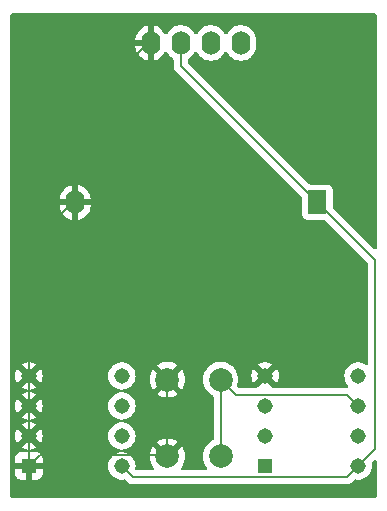
<source format=gbr>
%TF.GenerationSoftware,KiCad,Pcbnew,8.0.2-8.0.2-0~ubuntu22.04.1*%
%TF.CreationDate,2024-05-02T20:41:03+02:00*%
%TF.ProjectId,Schimpfolino_EEPROM,53636869-6d70-4666-9f6c-696e6f5f4545,rev?*%
%TF.SameCoordinates,Original*%
%TF.FileFunction,Copper,L2,Bot*%
%TF.FilePolarity,Positive*%
%FSLAX46Y46*%
G04 Gerber Fmt 4.6, Leading zero omitted, Abs format (unit mm)*
G04 Created by KiCad (PCBNEW 8.0.2-8.0.2-0~ubuntu22.04.1) date 2024-05-02 20:41:03*
%MOMM*%
%LPD*%
G01*
G04 APERTURE LIST*
%TA.AperFunction,ComponentPad*%
%ADD10O,1.600000X2.000000*%
%TD*%
%TA.AperFunction,ComponentPad*%
%ADD11C,2.000000*%
%TD*%
%TA.AperFunction,ComponentPad*%
%ADD12R,1.600000X2.000000*%
%TD*%
%TA.AperFunction,ComponentPad*%
%ADD13R,1.308000X1.308000*%
%TD*%
%TA.AperFunction,ComponentPad*%
%ADD14C,1.308000*%
%TD*%
%TA.AperFunction,Conductor*%
%ADD15C,0.200000*%
%TD*%
G04 APERTURE END LIST*
D10*
%TO.P,Brd1,1,GND*%
%TO.N,GND*%
X112380000Y-53000000D03*
%TO.P,Brd1,2,VCC*%
%TO.N,+3V0*%
X114920000Y-53000000D03*
%TO.P,Brd1,3,SCL*%
%TO.N,Net-(Brd1-SCL)*%
X117460000Y-53000000D03*
%TO.P,Brd1,4,SDA*%
%TO.N,Net-(Brd1-SDA)*%
X120000000Y-53000000D03*
%TD*%
D11*
%TO.P,SW2,1,1*%
%TO.N,GND*%
X113800000Y-88000000D03*
X113800000Y-81500000D03*
%TO.P,SW2,2,2*%
%TO.N,Net-(U1-PB1)*%
X118300000Y-88000000D03*
X118300000Y-81500000D03*
%TD*%
D12*
%TO.P,BT1,1,+*%
%TO.N,+3V0*%
X126500000Y-66499879D03*
D10*
%TO.P,BT1,2,-*%
%TO.N,GND*%
X106000000Y-66499879D03*
%TD*%
D13*
%TO.P,U2,1,A0*%
%TO.N,GND*%
X102065000Y-88810000D03*
D14*
%TO.P,U2,2,A1*%
X102065000Y-86270000D03*
%TO.P,U2,3,A2*%
X102065000Y-83730000D03*
%TO.P,U2,4,GND*%
X102065000Y-81190000D03*
%TO.P,U2,5,SDA*%
%TO.N,Net-(Brd1-SDA)*%
X109935000Y-81190000D03*
%TO.P,U2,6,SCL*%
%TO.N,Net-(Brd1-SCL)*%
X109935000Y-83730000D03*
%TO.P,U2,7,WP*%
%TO.N,unconnected-(U2-WP-Pad7)*%
X109935000Y-86270000D03*
%TO.P,U2,8,VCC*%
%TO.N,+3V0*%
X109935000Y-88810000D03*
%TD*%
D13*
%TO.P,U1,1,~{RESET}/PB5*%
%TO.N,unconnected-(U1-~{RESET}{slash}PB5-Pad1)*%
X122065000Y-88810000D03*
D14*
%TO.P,U1,2,XTAL1/PB3*%
%TO.N,unconnected-(U1-XTAL1{slash}PB3-Pad2)*%
X122065000Y-86270000D03*
%TO.P,U1,3,XTAL2/PB4*%
%TO.N,unconnected-(U1-XTAL2{slash}PB4-Pad3)*%
X122065000Y-83730000D03*
%TO.P,U1,4,GND*%
%TO.N,GND*%
X122065000Y-81190000D03*
%TO.P,U1,5,AREF/PB0*%
%TO.N,Net-(Brd1-SDA)*%
X129935000Y-81190000D03*
%TO.P,U1,6,PB1*%
%TO.N,Net-(U1-PB1)*%
X129935000Y-83730000D03*
%TO.P,U1,7,PB2*%
%TO.N,Net-(Brd1-SCL)*%
X129935000Y-86270000D03*
%TO.P,U1,8,VCC*%
%TO.N,+3V0*%
X129935000Y-88810000D03*
%TD*%
D15*
%TO.N,Net-(U1-PB1)*%
X119576000Y-82776000D02*
X118300000Y-81500000D01*
X128981000Y-82776000D02*
X119576000Y-82776000D01*
X129935000Y-83730000D02*
X128981000Y-82776000D01*
X118300000Y-81500000D02*
X118300000Y-88000000D01*
%TO.N,GND*%
X105800000Y-66499879D02*
X102065000Y-70234879D01*
X112380000Y-53000000D02*
X112180000Y-53000000D01*
X113656000Y-87856000D02*
X113800000Y-88000000D01*
X103019000Y-87856000D02*
X113656000Y-87856000D01*
X102065000Y-86270000D02*
X102065000Y-88810000D01*
X112180000Y-53000000D02*
X106000000Y-59180000D01*
X102065000Y-83730000D02*
X102065000Y-86270000D01*
X102065000Y-70234879D02*
X102065000Y-81190000D01*
X106000000Y-59180000D02*
X106000000Y-66499879D01*
X106000000Y-66499879D02*
X105800000Y-66499879D01*
X102065000Y-88810000D02*
X103019000Y-87856000D01*
X113800000Y-88000000D02*
X113800000Y-81500000D01*
X102065000Y-81190000D02*
X102065000Y-83730000D01*
%TO.N,+3V0*%
X114920000Y-53000000D02*
X114920000Y-54919879D01*
X131400000Y-87345000D02*
X129935000Y-88810000D01*
X114920000Y-54919879D02*
X126500000Y-66499879D01*
X128981000Y-89764000D02*
X110889000Y-89764000D01*
X126500000Y-66499879D02*
X131400000Y-71399879D01*
X110889000Y-89764000D02*
X109935000Y-88810000D01*
X129935000Y-88810000D02*
X128981000Y-89764000D01*
X131400000Y-71399879D02*
X131400000Y-87345000D01*
%TD*%
%TA.AperFunction,Conductor*%
%TO.N,GND*%
G36*
X131442539Y-50520185D02*
G01*
X131488294Y-50572989D01*
X131499500Y-50624500D01*
X131499500Y-70350782D01*
X131479815Y-70417821D01*
X131427011Y-70463576D01*
X131357853Y-70473520D01*
X131294297Y-70444495D01*
X131287819Y-70438463D01*
X127836818Y-66987462D01*
X127803333Y-66926139D01*
X127800499Y-66899781D01*
X127800499Y-65452008D01*
X127800498Y-65452002D01*
X127794091Y-65392395D01*
X127743797Y-65257550D01*
X127743793Y-65257543D01*
X127657547Y-65142334D01*
X127657544Y-65142331D01*
X127542335Y-65056085D01*
X127542328Y-65056081D01*
X127407482Y-65005787D01*
X127407483Y-65005787D01*
X127347883Y-64999380D01*
X127347881Y-64999379D01*
X127347873Y-64999379D01*
X127347865Y-64999379D01*
X125900097Y-64999379D01*
X125833058Y-64979694D01*
X125812416Y-64963060D01*
X115556819Y-54707463D01*
X115523334Y-54646140D01*
X115520500Y-54619782D01*
X115520500Y-54429601D01*
X115540185Y-54362562D01*
X115588206Y-54319116D01*
X115601610Y-54312287D01*
X115767219Y-54191966D01*
X115911966Y-54047219D01*
X115911968Y-54047215D01*
X115911971Y-54047213D01*
X116032284Y-53881614D01*
X116032286Y-53881611D01*
X116032287Y-53881610D01*
X116079516Y-53788917D01*
X116127489Y-53738123D01*
X116195310Y-53721328D01*
X116261445Y-53743865D01*
X116300485Y-53788919D01*
X116347715Y-53881614D01*
X116468028Y-54047213D01*
X116612786Y-54191971D01*
X116767749Y-54304556D01*
X116778390Y-54312287D01*
X116859499Y-54353614D01*
X116960776Y-54405218D01*
X116960778Y-54405218D01*
X116960781Y-54405220D01*
X117035818Y-54429601D01*
X117155465Y-54468477D01*
X117256557Y-54484488D01*
X117357648Y-54500500D01*
X117357649Y-54500500D01*
X117562351Y-54500500D01*
X117562352Y-54500500D01*
X117764534Y-54468477D01*
X117959219Y-54405220D01*
X118141610Y-54312287D01*
X118234590Y-54244732D01*
X118307213Y-54191971D01*
X118307215Y-54191968D01*
X118307219Y-54191966D01*
X118451966Y-54047219D01*
X118451968Y-54047215D01*
X118451971Y-54047213D01*
X118572284Y-53881614D01*
X118572286Y-53881611D01*
X118572287Y-53881610D01*
X118619516Y-53788917D01*
X118667489Y-53738123D01*
X118735310Y-53721328D01*
X118801445Y-53743865D01*
X118840485Y-53788919D01*
X118887715Y-53881614D01*
X119008028Y-54047213D01*
X119152786Y-54191971D01*
X119307749Y-54304556D01*
X119318390Y-54312287D01*
X119399499Y-54353614D01*
X119500776Y-54405218D01*
X119500778Y-54405218D01*
X119500781Y-54405220D01*
X119575818Y-54429601D01*
X119695465Y-54468477D01*
X119796557Y-54484488D01*
X119897648Y-54500500D01*
X119897649Y-54500500D01*
X120102351Y-54500500D01*
X120102352Y-54500500D01*
X120304534Y-54468477D01*
X120499219Y-54405220D01*
X120681610Y-54312287D01*
X120774590Y-54244732D01*
X120847213Y-54191971D01*
X120847215Y-54191968D01*
X120847219Y-54191966D01*
X120991966Y-54047219D01*
X120991968Y-54047215D01*
X120991971Y-54047213D01*
X121044732Y-53974590D01*
X121112287Y-53881610D01*
X121205220Y-53699219D01*
X121268477Y-53504534D01*
X121300500Y-53302352D01*
X121300500Y-52697648D01*
X121269195Y-52500000D01*
X121268477Y-52495465D01*
X121239127Y-52405137D01*
X121205220Y-52300781D01*
X121205218Y-52300778D01*
X121205218Y-52300776D01*
X121112419Y-52118650D01*
X121112287Y-52118390D01*
X121104556Y-52107749D01*
X120991971Y-51952786D01*
X120847213Y-51808028D01*
X120681613Y-51687715D01*
X120681612Y-51687714D01*
X120681610Y-51687713D01*
X120624653Y-51658691D01*
X120499223Y-51594781D01*
X120304534Y-51531522D01*
X120129995Y-51503878D01*
X120102352Y-51499500D01*
X119897648Y-51499500D01*
X119873329Y-51503351D01*
X119695465Y-51531522D01*
X119500776Y-51594781D01*
X119318386Y-51687715D01*
X119152786Y-51808028D01*
X119008028Y-51952786D01*
X118887715Y-52118386D01*
X118840485Y-52211080D01*
X118792510Y-52261876D01*
X118724689Y-52278671D01*
X118658554Y-52256134D01*
X118619515Y-52211080D01*
X118572419Y-52118650D01*
X118572287Y-52118390D01*
X118564556Y-52107749D01*
X118451971Y-51952786D01*
X118307213Y-51808028D01*
X118141613Y-51687715D01*
X118141612Y-51687714D01*
X118141610Y-51687713D01*
X118084653Y-51658691D01*
X117959223Y-51594781D01*
X117764534Y-51531522D01*
X117589995Y-51503878D01*
X117562352Y-51499500D01*
X117357648Y-51499500D01*
X117333329Y-51503351D01*
X117155465Y-51531522D01*
X116960776Y-51594781D01*
X116778386Y-51687715D01*
X116612786Y-51808028D01*
X116468028Y-51952786D01*
X116347715Y-52118386D01*
X116300485Y-52211080D01*
X116252510Y-52261876D01*
X116184689Y-52278671D01*
X116118554Y-52256134D01*
X116079515Y-52211080D01*
X116032419Y-52118650D01*
X116032287Y-52118390D01*
X116024556Y-52107749D01*
X115911971Y-51952786D01*
X115767213Y-51808028D01*
X115601613Y-51687715D01*
X115601612Y-51687714D01*
X115601610Y-51687713D01*
X115544653Y-51658691D01*
X115419223Y-51594781D01*
X115224534Y-51531522D01*
X115049995Y-51503878D01*
X115022352Y-51499500D01*
X114817648Y-51499500D01*
X114793329Y-51503351D01*
X114615465Y-51531522D01*
X114420776Y-51594781D01*
X114238386Y-51687715D01*
X114072786Y-51808028D01*
X113928028Y-51952786D01*
X113807713Y-52118388D01*
X113760203Y-52211630D01*
X113712228Y-52262426D01*
X113644407Y-52279220D01*
X113578272Y-52256682D01*
X113539234Y-52211628D01*
X113491861Y-52118652D01*
X113371582Y-51953105D01*
X113371582Y-51953104D01*
X113226895Y-51808417D01*
X113061349Y-51688140D01*
X112879029Y-51595244D01*
X112684413Y-51532009D01*
X112630000Y-51523390D01*
X112630000Y-52566988D01*
X112572993Y-52534075D01*
X112445826Y-52500000D01*
X112314174Y-52500000D01*
X112187007Y-52534075D01*
X112130000Y-52566988D01*
X112130000Y-51523390D01*
X112075586Y-51532009D01*
X111880970Y-51595244D01*
X111698650Y-51688140D01*
X111533105Y-51808417D01*
X111533104Y-51808417D01*
X111388417Y-51953104D01*
X111388417Y-51953105D01*
X111268140Y-52118650D01*
X111175244Y-52300968D01*
X111112009Y-52495582D01*
X111080000Y-52697682D01*
X111080000Y-52750000D01*
X111946988Y-52750000D01*
X111914075Y-52807007D01*
X111880000Y-52934174D01*
X111880000Y-53065826D01*
X111914075Y-53192993D01*
X111946988Y-53250000D01*
X111080000Y-53250000D01*
X111080000Y-53302317D01*
X111112009Y-53504417D01*
X111175244Y-53699031D01*
X111268140Y-53881349D01*
X111388417Y-54046894D01*
X111388417Y-54046895D01*
X111533104Y-54191582D01*
X111698650Y-54311859D01*
X111880968Y-54404754D01*
X112075578Y-54467988D01*
X112130000Y-54476607D01*
X112130000Y-53433012D01*
X112187007Y-53465925D01*
X112314174Y-53500000D01*
X112445826Y-53500000D01*
X112572993Y-53465925D01*
X112630000Y-53433012D01*
X112630000Y-54476606D01*
X112684421Y-54467988D01*
X112879031Y-54404754D01*
X113061349Y-54311859D01*
X113226894Y-54191582D01*
X113226895Y-54191582D01*
X113371582Y-54046895D01*
X113371582Y-54046894D01*
X113491861Y-53881347D01*
X113539234Y-53788371D01*
X113587208Y-53737575D01*
X113655028Y-53720779D01*
X113721164Y-53743316D01*
X113760203Y-53788369D01*
X113807713Y-53881611D01*
X113928028Y-54047213D01*
X113928034Y-54047219D01*
X114072781Y-54191966D01*
X114238390Y-54312287D01*
X114251793Y-54319116D01*
X114302589Y-54367088D01*
X114319500Y-54429601D01*
X114319500Y-54833209D01*
X114319499Y-54833227D01*
X114319499Y-54998933D01*
X114319498Y-54998933D01*
X114360423Y-55151664D01*
X114389358Y-55201779D01*
X114389359Y-55201783D01*
X114389360Y-55201783D01*
X114439479Y-55288593D01*
X114439481Y-55288596D01*
X114558349Y-55407464D01*
X114558355Y-55407469D01*
X125163181Y-66012295D01*
X125196666Y-66073618D01*
X125199500Y-66099976D01*
X125199500Y-67547749D01*
X125199501Y-67547755D01*
X125205908Y-67607362D01*
X125256202Y-67742207D01*
X125256206Y-67742214D01*
X125342452Y-67857423D01*
X125342455Y-67857426D01*
X125457664Y-67943672D01*
X125457671Y-67943676D01*
X125592517Y-67993970D01*
X125592516Y-67993970D01*
X125599444Y-67994714D01*
X125652127Y-68000379D01*
X127099902Y-68000378D01*
X127166941Y-68020063D01*
X127187583Y-68036697D01*
X130763181Y-71612295D01*
X130796666Y-71673618D01*
X130799500Y-71699976D01*
X130799500Y-80144764D01*
X130779815Y-80211803D01*
X130727011Y-80257558D01*
X130657853Y-80267502D01*
X130610223Y-80250191D01*
X130451813Y-80152108D01*
X130451807Y-80152106D01*
X130252297Y-80074815D01*
X130041980Y-80035500D01*
X129828020Y-80035500D01*
X129617703Y-80074815D01*
X129498050Y-80121169D01*
X129418192Y-80152106D01*
X129418186Y-80152108D01*
X129236286Y-80264736D01*
X129236283Y-80264738D01*
X129236279Y-80264740D01*
X129236278Y-80264742D01*
X129223503Y-80276388D01*
X129078158Y-80408887D01*
X128949219Y-80579629D01*
X128853849Y-80771158D01*
X128853846Y-80771164D01*
X128795296Y-80976949D01*
X128795295Y-80976952D01*
X128775554Y-81189999D01*
X128775554Y-81190000D01*
X128795295Y-81403047D01*
X128795296Y-81403050D01*
X128853846Y-81608835D01*
X128853849Y-81608841D01*
X128923048Y-81747812D01*
X128949219Y-81800370D01*
X129078157Y-81971112D01*
X129081614Y-81975689D01*
X129079743Y-81977101D01*
X129105904Y-82030782D01*
X129097697Y-82100168D01*
X129053279Y-82154102D01*
X128986754Y-82175460D01*
X128983647Y-82175499D01*
X128894347Y-82175499D01*
X128894331Y-82175500D01*
X122748309Y-82175500D01*
X122681270Y-82155815D01*
X122660628Y-82139181D01*
X122111448Y-81590000D01*
X122117661Y-81590000D01*
X122219394Y-81562741D01*
X122310606Y-81510080D01*
X122385080Y-81435606D01*
X122437741Y-81344394D01*
X122465000Y-81242661D01*
X122465000Y-81236447D01*
X123041018Y-81812464D01*
X123041019Y-81812464D01*
X123050352Y-81800107D01*
X123050355Y-81800102D01*
X123145678Y-81608669D01*
X123145684Y-81608654D01*
X123204210Y-81402956D01*
X123204211Y-81402954D01*
X123223944Y-81190000D01*
X123223944Y-81189999D01*
X123204211Y-80977045D01*
X123204210Y-80977043D01*
X123145684Y-80771345D01*
X123145678Y-80771330D01*
X123050357Y-80579901D01*
X123050355Y-80579898D01*
X123041018Y-80567534D01*
X122465000Y-81143552D01*
X122465000Y-81137339D01*
X122437741Y-81035606D01*
X122385080Y-80944394D01*
X122310606Y-80869920D01*
X122219394Y-80817259D01*
X122117661Y-80790000D01*
X122111447Y-80790000D01*
X122684912Y-80216533D01*
X122581586Y-80152556D01*
X122581585Y-80152555D01*
X122382162Y-80075299D01*
X122171932Y-80036000D01*
X121958068Y-80036000D01*
X121747837Y-80075299D01*
X121548416Y-80152554D01*
X121548410Y-80152557D01*
X121445087Y-80216532D01*
X121445086Y-80216533D01*
X122018554Y-80790000D01*
X122012339Y-80790000D01*
X121910606Y-80817259D01*
X121819394Y-80869920D01*
X121744920Y-80944394D01*
X121692259Y-81035606D01*
X121665000Y-81137339D01*
X121665000Y-81143553D01*
X121088980Y-80567533D01*
X121079646Y-80579893D01*
X120984321Y-80771330D01*
X120984315Y-80771345D01*
X120925789Y-80977043D01*
X120925788Y-80977045D01*
X120906056Y-81189999D01*
X120906056Y-81190000D01*
X120925788Y-81402954D01*
X120925789Y-81402956D01*
X120984315Y-81608654D01*
X120984321Y-81608669D01*
X121079642Y-81800099D01*
X121079647Y-81800107D01*
X121088980Y-81812465D01*
X121665000Y-81236445D01*
X121665000Y-81242661D01*
X121692259Y-81344394D01*
X121744920Y-81435606D01*
X121819394Y-81510080D01*
X121910606Y-81562741D01*
X122012339Y-81590000D01*
X122018553Y-81590000D01*
X121469372Y-82139181D01*
X121408049Y-82172666D01*
X121381691Y-82175500D01*
X119876098Y-82175500D01*
X119809059Y-82155815D01*
X119788417Y-82139181D01*
X119756517Y-82107281D01*
X119723032Y-82045958D01*
X119723992Y-81989159D01*
X119724061Y-81988884D01*
X119724063Y-81988881D01*
X119785108Y-81747821D01*
X119788052Y-81712292D01*
X119805643Y-81500005D01*
X119805643Y-81499994D01*
X119785109Y-81252187D01*
X119785107Y-81252175D01*
X119724063Y-81011118D01*
X119624173Y-80783393D01*
X119488166Y-80575217D01*
X119466557Y-80551744D01*
X119319744Y-80392262D01*
X119123509Y-80239526D01*
X119123507Y-80239525D01*
X119123506Y-80239524D01*
X118904811Y-80121172D01*
X118904802Y-80121169D01*
X118669616Y-80040429D01*
X118424335Y-79999500D01*
X118175665Y-79999500D01*
X117930383Y-80040429D01*
X117695197Y-80121169D01*
X117695188Y-80121172D01*
X117476493Y-80239524D01*
X117280257Y-80392261D01*
X117111833Y-80575217D01*
X116975826Y-80783393D01*
X116875936Y-81011118D01*
X116814892Y-81252175D01*
X116814890Y-81252187D01*
X116794357Y-81499994D01*
X116794357Y-81500005D01*
X116814890Y-81747812D01*
X116814892Y-81747824D01*
X116875936Y-81988881D01*
X116975826Y-82216606D01*
X117111833Y-82424782D01*
X117111836Y-82424785D01*
X117280256Y-82607738D01*
X117476491Y-82760474D01*
X117476494Y-82760476D01*
X117476496Y-82760477D01*
X117531403Y-82790191D01*
X117634517Y-82845993D01*
X117684108Y-82895212D01*
X117699500Y-82955048D01*
X117699500Y-86544951D01*
X117679815Y-86611990D01*
X117634518Y-86654006D01*
X117476493Y-86739524D01*
X117280257Y-86892261D01*
X117111833Y-87075217D01*
X116975826Y-87283393D01*
X116875936Y-87511118D01*
X116814892Y-87752175D01*
X116814890Y-87752187D01*
X116794357Y-87999994D01*
X116794357Y-88000005D01*
X116814890Y-88247812D01*
X116814892Y-88247824D01*
X116875936Y-88488881D01*
X116975826Y-88716606D01*
X117111833Y-88924782D01*
X117140127Y-88955517D01*
X117171049Y-89018172D01*
X117163189Y-89087598D01*
X117119042Y-89141753D01*
X117052624Y-89163444D01*
X117048897Y-89163500D01*
X115050423Y-89163500D01*
X114983384Y-89143815D01*
X114937629Y-89091011D01*
X114927685Y-89021853D01*
X114956710Y-88958297D01*
X114959194Y-88955517D01*
X114987767Y-88924478D01*
X115123732Y-88716367D01*
X115223587Y-88488717D01*
X115284612Y-88247738D01*
X115284614Y-88247729D01*
X115305141Y-88000005D01*
X115305141Y-87999994D01*
X115284614Y-87752270D01*
X115284612Y-87752261D01*
X115223587Y-87511282D01*
X115123731Y-87283630D01*
X115023434Y-87130116D01*
X114323786Y-87829763D01*
X114312518Y-87787708D01*
X114240110Y-87662292D01*
X114137708Y-87559890D01*
X114012292Y-87487482D01*
X113970235Y-87476212D01*
X114670057Y-86776390D01*
X114670056Y-86776389D01*
X114623229Y-86739943D01*
X114404614Y-86621635D01*
X114404603Y-86621630D01*
X114169493Y-86540916D01*
X113924293Y-86500000D01*
X113675707Y-86500000D01*
X113430506Y-86540916D01*
X113195396Y-86621630D01*
X113195390Y-86621632D01*
X112976761Y-86739949D01*
X112929942Y-86776388D01*
X112929942Y-86776390D01*
X113629765Y-87476212D01*
X113587708Y-87487482D01*
X113462292Y-87559890D01*
X113359890Y-87662292D01*
X113287482Y-87787708D01*
X113276212Y-87829765D01*
X112576564Y-87130116D01*
X112476267Y-87283632D01*
X112376412Y-87511282D01*
X112315387Y-87752261D01*
X112315385Y-87752270D01*
X112294859Y-87999994D01*
X112294859Y-88000005D01*
X112315385Y-88247729D01*
X112315387Y-88247738D01*
X112376412Y-88488717D01*
X112476267Y-88716367D01*
X112612232Y-88924478D01*
X112640806Y-88955517D01*
X112671729Y-89018171D01*
X112663869Y-89087597D01*
X112619722Y-89141753D01*
X112553305Y-89163444D01*
X112549577Y-89163500D01*
X111197711Y-89163500D01*
X111130672Y-89143815D01*
X111084917Y-89091011D01*
X111074240Y-89028059D01*
X111094446Y-88810000D01*
X111094446Y-88809999D01*
X111074704Y-88596952D01*
X111074703Y-88596949D01*
X111016153Y-88391164D01*
X111016150Y-88391158D01*
X110970438Y-88299356D01*
X110920781Y-88199630D01*
X110791841Y-88028886D01*
X110633722Y-87884742D01*
X110633716Y-87884738D01*
X110633713Y-87884736D01*
X110451813Y-87772108D01*
X110451807Y-87772106D01*
X110252297Y-87694815D01*
X110076153Y-87661888D01*
X110013874Y-87630221D01*
X109978601Y-87569908D01*
X109981535Y-87500100D01*
X110021744Y-87442960D01*
X110076152Y-87418112D01*
X110252297Y-87385185D01*
X110451810Y-87307893D01*
X110633722Y-87195258D01*
X110791841Y-87051114D01*
X110920781Y-86880370D01*
X111016151Y-86688840D01*
X111016151Y-86688837D01*
X111016153Y-86688835D01*
X111065440Y-86515606D01*
X111074704Y-86483048D01*
X111094446Y-86270000D01*
X111074704Y-86056952D01*
X111034727Y-85916446D01*
X111016153Y-85851164D01*
X111016150Y-85851158D01*
X110920781Y-85659630D01*
X110791841Y-85488886D01*
X110633722Y-85344742D01*
X110633716Y-85344738D01*
X110633713Y-85344736D01*
X110451813Y-85232108D01*
X110451807Y-85232106D01*
X110252297Y-85154815D01*
X110076153Y-85121888D01*
X110013874Y-85090221D01*
X109978601Y-85029908D01*
X109981535Y-84960100D01*
X110021744Y-84902960D01*
X110076152Y-84878112D01*
X110252297Y-84845185D01*
X110451810Y-84767893D01*
X110633722Y-84655258D01*
X110791841Y-84511114D01*
X110920781Y-84340370D01*
X111016151Y-84148840D01*
X111016151Y-84148837D01*
X111016153Y-84148835D01*
X111074703Y-83943050D01*
X111074704Y-83943047D01*
X111074713Y-83942956D01*
X111094446Y-83730000D01*
X111074704Y-83516952D01*
X111055367Y-83448989D01*
X111016153Y-83311164D01*
X111016150Y-83311158D01*
X110951866Y-83182058D01*
X110920781Y-83119630D01*
X110791841Y-82948886D01*
X110633722Y-82804742D01*
X110633716Y-82804738D01*
X110633713Y-82804736D01*
X110451813Y-82692108D01*
X110451807Y-82692106D01*
X110252297Y-82614815D01*
X110076153Y-82581888D01*
X110013874Y-82550221D01*
X109978601Y-82489908D01*
X109981535Y-82420100D01*
X110021744Y-82362960D01*
X110076152Y-82338112D01*
X110252297Y-82305185D01*
X110451810Y-82227893D01*
X110633722Y-82115258D01*
X110791841Y-81971114D01*
X110920781Y-81800370D01*
X111016151Y-81608840D01*
X111016151Y-81608837D01*
X111016153Y-81608835D01*
X111047120Y-81499994D01*
X112294859Y-81499994D01*
X112294859Y-81500005D01*
X112315385Y-81747729D01*
X112315387Y-81747738D01*
X112376412Y-81988717D01*
X112476266Y-82216364D01*
X112576564Y-82369882D01*
X113276212Y-81670234D01*
X113287482Y-81712292D01*
X113359890Y-81837708D01*
X113462292Y-81940110D01*
X113587708Y-82012518D01*
X113629765Y-82023787D01*
X112929942Y-82723609D01*
X112976768Y-82760055D01*
X112976770Y-82760056D01*
X113195385Y-82878364D01*
X113195396Y-82878369D01*
X113430506Y-82959083D01*
X113675707Y-83000000D01*
X113924293Y-83000000D01*
X114169493Y-82959083D01*
X114404603Y-82878369D01*
X114404614Y-82878364D01*
X114623228Y-82760057D01*
X114623231Y-82760055D01*
X114670056Y-82723609D01*
X113970234Y-82023787D01*
X114012292Y-82012518D01*
X114137708Y-81940110D01*
X114240110Y-81837708D01*
X114312518Y-81712292D01*
X114323787Y-81670235D01*
X115023434Y-82369882D01*
X115123731Y-82216369D01*
X115223587Y-81988717D01*
X115284612Y-81747738D01*
X115284614Y-81747729D01*
X115305141Y-81500005D01*
X115305141Y-81499994D01*
X115284614Y-81252270D01*
X115284612Y-81252261D01*
X115223587Y-81011282D01*
X115123731Y-80783630D01*
X115023434Y-80630116D01*
X114323787Y-81329764D01*
X114312518Y-81287708D01*
X114240110Y-81162292D01*
X114137708Y-81059890D01*
X114012292Y-80987482D01*
X113970235Y-80976212D01*
X114670057Y-80276390D01*
X114670056Y-80276389D01*
X114623229Y-80239943D01*
X114404614Y-80121635D01*
X114404603Y-80121630D01*
X114169493Y-80040916D01*
X113924293Y-80000000D01*
X113675707Y-80000000D01*
X113430506Y-80040916D01*
X113195396Y-80121630D01*
X113195390Y-80121632D01*
X112976761Y-80239949D01*
X112929942Y-80276388D01*
X112929942Y-80276390D01*
X113629765Y-80976212D01*
X113587708Y-80987482D01*
X113462292Y-81059890D01*
X113359890Y-81162292D01*
X113287482Y-81287708D01*
X113276212Y-81329764D01*
X112576564Y-80630116D01*
X112476267Y-80783632D01*
X112376412Y-81011282D01*
X112315387Y-81252261D01*
X112315385Y-81252270D01*
X112294859Y-81499994D01*
X111047120Y-81499994D01*
X111074703Y-81403050D01*
X111074704Y-81403047D01*
X111074713Y-81402956D01*
X111094446Y-81190000D01*
X111091878Y-81162292D01*
X111074704Y-80976952D01*
X111074703Y-80976949D01*
X111016153Y-80771164D01*
X111016150Y-80771158D01*
X110945920Y-80630116D01*
X110920781Y-80579630D01*
X110791841Y-80408886D01*
X110633722Y-80264742D01*
X110633716Y-80264738D01*
X110633713Y-80264736D01*
X110451813Y-80152108D01*
X110451807Y-80152106D01*
X110252297Y-80074815D01*
X110041980Y-80035500D01*
X109828020Y-80035500D01*
X109617703Y-80074815D01*
X109498050Y-80121169D01*
X109418192Y-80152106D01*
X109418186Y-80152108D01*
X109236286Y-80264736D01*
X109236283Y-80264738D01*
X109236279Y-80264740D01*
X109236278Y-80264742D01*
X109223503Y-80276388D01*
X109078158Y-80408887D01*
X108949219Y-80579629D01*
X108853849Y-80771158D01*
X108853846Y-80771164D01*
X108795296Y-80976949D01*
X108795295Y-80976952D01*
X108775554Y-81189999D01*
X108775554Y-81190000D01*
X108795295Y-81403047D01*
X108795296Y-81403050D01*
X108853846Y-81608835D01*
X108853849Y-81608841D01*
X108923048Y-81747812D01*
X108949219Y-81800370D01*
X109078159Y-81971114D01*
X109236278Y-82115258D01*
X109236283Y-82115261D01*
X109236286Y-82115263D01*
X109418186Y-82227891D01*
X109418187Y-82227891D01*
X109418190Y-82227893D01*
X109617703Y-82305185D01*
X109793845Y-82338111D01*
X109856125Y-82369779D01*
X109891398Y-82430092D01*
X109888464Y-82499900D01*
X109848255Y-82557040D01*
X109793845Y-82581888D01*
X109617703Y-82614815D01*
X109491533Y-82663693D01*
X109418192Y-82692106D01*
X109418186Y-82692108D01*
X109236286Y-82804736D01*
X109236283Y-82804738D01*
X109236279Y-82804740D01*
X109236278Y-82804742D01*
X109153387Y-82880307D01*
X109078158Y-82948887D01*
X108949219Y-83119629D01*
X108853849Y-83311158D01*
X108853846Y-83311164D01*
X108795296Y-83516949D01*
X108795295Y-83516952D01*
X108775554Y-83729999D01*
X108775554Y-83730000D01*
X108795295Y-83943047D01*
X108795296Y-83943050D01*
X108853846Y-84148835D01*
X108853849Y-84148840D01*
X108949219Y-84340370D01*
X109078159Y-84511114D01*
X109236278Y-84655258D01*
X109236283Y-84655261D01*
X109236286Y-84655263D01*
X109418186Y-84767891D01*
X109418187Y-84767891D01*
X109418190Y-84767893D01*
X109617703Y-84845185D01*
X109793845Y-84878111D01*
X109856125Y-84909779D01*
X109891398Y-84970092D01*
X109888464Y-85039900D01*
X109848255Y-85097040D01*
X109793845Y-85121888D01*
X109617703Y-85154815D01*
X109491533Y-85203693D01*
X109418192Y-85232106D01*
X109418186Y-85232108D01*
X109236286Y-85344736D01*
X109236283Y-85344738D01*
X109236279Y-85344740D01*
X109236278Y-85344742D01*
X109078159Y-85488886D01*
X109078158Y-85488887D01*
X108949219Y-85659629D01*
X108853849Y-85851158D01*
X108853846Y-85851164D01*
X108795296Y-86056949D01*
X108795295Y-86056952D01*
X108775554Y-86269999D01*
X108775554Y-86270000D01*
X108795295Y-86483047D01*
X108795296Y-86483050D01*
X108853846Y-86688835D01*
X108853849Y-86688840D01*
X108949219Y-86880370D01*
X109078159Y-87051114D01*
X109236278Y-87195258D01*
X109236283Y-87195261D01*
X109236286Y-87195263D01*
X109418186Y-87307891D01*
X109418187Y-87307891D01*
X109418190Y-87307893D01*
X109617703Y-87385185D01*
X109793845Y-87418111D01*
X109856125Y-87449779D01*
X109891398Y-87510092D01*
X109888464Y-87579900D01*
X109848255Y-87637040D01*
X109793845Y-87661888D01*
X109617703Y-87694815D01*
X109491533Y-87743693D01*
X109418192Y-87772106D01*
X109418186Y-87772108D01*
X109236286Y-87884736D01*
X109236283Y-87884738D01*
X109236279Y-87884740D01*
X109236278Y-87884742D01*
X109204287Y-87913906D01*
X109078158Y-88028887D01*
X108949219Y-88199629D01*
X108853849Y-88391158D01*
X108853846Y-88391164D01*
X108795296Y-88596949D01*
X108795295Y-88596952D01*
X108775554Y-88809999D01*
X108775554Y-88810000D01*
X108795295Y-89023047D01*
X108795296Y-89023050D01*
X108853846Y-89228835D01*
X108853849Y-89228840D01*
X108949219Y-89420370D01*
X109078159Y-89591114D01*
X109236278Y-89735258D01*
X109236283Y-89735261D01*
X109236286Y-89735263D01*
X109418186Y-89847891D01*
X109418187Y-89847891D01*
X109418190Y-89847893D01*
X109617703Y-89925185D01*
X109828020Y-89964500D01*
X109828022Y-89964500D01*
X110041978Y-89964500D01*
X110041980Y-89964500D01*
X110144789Y-89945281D01*
X110214303Y-89952312D01*
X110255253Y-89979488D01*
X110520284Y-90244520D01*
X110520286Y-90244521D01*
X110520290Y-90244524D01*
X110657209Y-90323573D01*
X110657216Y-90323577D01*
X110809943Y-90364501D01*
X110809945Y-90364501D01*
X110975654Y-90364501D01*
X110975670Y-90364500D01*
X128894331Y-90364500D01*
X128894347Y-90364501D01*
X128901943Y-90364501D01*
X129060054Y-90364501D01*
X129060057Y-90364501D01*
X129212785Y-90323577D01*
X129262904Y-90294639D01*
X129349716Y-90244520D01*
X129461520Y-90132716D01*
X129461520Y-90132714D01*
X129471728Y-90122507D01*
X129471730Y-90122504D01*
X129614746Y-89979487D01*
X129676067Y-89946004D01*
X129725210Y-89945281D01*
X129828020Y-89964500D01*
X129828022Y-89964500D01*
X130041978Y-89964500D01*
X130041980Y-89964500D01*
X130252297Y-89925185D01*
X130451810Y-89847893D01*
X130633722Y-89735258D01*
X130791841Y-89591114D01*
X130920781Y-89420370D01*
X131016151Y-89228840D01*
X131016151Y-89228837D01*
X131016153Y-89228835D01*
X131074703Y-89023050D01*
X131074704Y-89023047D01*
X131094446Y-88810000D01*
X131094446Y-88809999D01*
X131085792Y-88716606D01*
X131074704Y-88596952D01*
X131074702Y-88596946D01*
X131074521Y-88595975D01*
X131074569Y-88595497D01*
X131074175Y-88591243D01*
X131075007Y-88591165D01*
X131081550Y-88526460D01*
X131108725Y-88485508D01*
X131287820Y-88306414D01*
X131349142Y-88272930D01*
X131418834Y-88277914D01*
X131474767Y-88319786D01*
X131499184Y-88385250D01*
X131499500Y-88394096D01*
X131499500Y-91375500D01*
X131479815Y-91442539D01*
X131427011Y-91488294D01*
X131375500Y-91499500D01*
X100624500Y-91499500D01*
X100557461Y-91479815D01*
X100511706Y-91427011D01*
X100500500Y-91375500D01*
X100500500Y-81189999D01*
X100906056Y-81189999D01*
X100906056Y-81190000D01*
X100925788Y-81402954D01*
X100925789Y-81402956D01*
X100984315Y-81608654D01*
X100984321Y-81608669D01*
X101079642Y-81800099D01*
X101079647Y-81800107D01*
X101088980Y-81812465D01*
X101665000Y-81236445D01*
X101665000Y-81242661D01*
X101692259Y-81344394D01*
X101744920Y-81435606D01*
X101819394Y-81510080D01*
X101910606Y-81562741D01*
X102012339Y-81590000D01*
X102018553Y-81590000D01*
X101445086Y-82163465D01*
X101548413Y-82227443D01*
X101548414Y-82227444D01*
X101747837Y-82304700D01*
X101926564Y-82338111D01*
X101988845Y-82369779D01*
X102024118Y-82430092D01*
X102021184Y-82499900D01*
X101980975Y-82557040D01*
X101926564Y-82581889D01*
X101747837Y-82615299D01*
X101548416Y-82692554D01*
X101548410Y-82692557D01*
X101445087Y-82756532D01*
X101445086Y-82756533D01*
X102018554Y-83330000D01*
X102012339Y-83330000D01*
X101910606Y-83357259D01*
X101819394Y-83409920D01*
X101744920Y-83484394D01*
X101692259Y-83575606D01*
X101665000Y-83677339D01*
X101665000Y-83683553D01*
X101088980Y-83107533D01*
X101079646Y-83119893D01*
X100984321Y-83311330D01*
X100984315Y-83311345D01*
X100925789Y-83517043D01*
X100925788Y-83517045D01*
X100906056Y-83729999D01*
X100906056Y-83730000D01*
X100925788Y-83942954D01*
X100925789Y-83942956D01*
X100984315Y-84148654D01*
X100984321Y-84148669D01*
X101079642Y-84340099D01*
X101079647Y-84340107D01*
X101088980Y-84352465D01*
X101665000Y-83776445D01*
X101665000Y-83782661D01*
X101692259Y-83884394D01*
X101744920Y-83975606D01*
X101819394Y-84050080D01*
X101910606Y-84102741D01*
X102012339Y-84130000D01*
X102018553Y-84130000D01*
X101445086Y-84703465D01*
X101548413Y-84767443D01*
X101548414Y-84767444D01*
X101747837Y-84844700D01*
X101926564Y-84878111D01*
X101988845Y-84909779D01*
X102024118Y-84970092D01*
X102021184Y-85039900D01*
X101980975Y-85097040D01*
X101926564Y-85121889D01*
X101747837Y-85155299D01*
X101548416Y-85232554D01*
X101548410Y-85232557D01*
X101445087Y-85296532D01*
X101445086Y-85296533D01*
X102018554Y-85870000D01*
X102012339Y-85870000D01*
X101910606Y-85897259D01*
X101819394Y-85949920D01*
X101744920Y-86024394D01*
X101692259Y-86115606D01*
X101665000Y-86217339D01*
X101665000Y-86223553D01*
X101088980Y-85647533D01*
X101079646Y-85659893D01*
X100984321Y-85851330D01*
X100984315Y-85851345D01*
X100925789Y-86057043D01*
X100925788Y-86057045D01*
X100906056Y-86269999D01*
X100906056Y-86270000D01*
X100925788Y-86482954D01*
X100925789Y-86482956D01*
X100984315Y-86688654D01*
X100984321Y-86688669D01*
X101079642Y-86880099D01*
X101079647Y-86880107D01*
X101088980Y-86892465D01*
X101665000Y-86316445D01*
X101665000Y-86322661D01*
X101692259Y-86424394D01*
X101744920Y-86515606D01*
X101819394Y-86590080D01*
X101910606Y-86642741D01*
X102012339Y-86670000D01*
X102018553Y-86670000D01*
X101445086Y-87243465D01*
X101548413Y-87307443D01*
X101548414Y-87307444D01*
X101747837Y-87384700D01*
X101883769Y-87410111D01*
X101946050Y-87441779D01*
X101981323Y-87502092D01*
X101978389Y-87571900D01*
X101938180Y-87629040D01*
X101873462Y-87655371D01*
X101860984Y-87656000D01*
X101363155Y-87656000D01*
X101303627Y-87662401D01*
X101303620Y-87662403D01*
X101168913Y-87712645D01*
X101168906Y-87712649D01*
X101053812Y-87798809D01*
X101053809Y-87798812D01*
X100967649Y-87913906D01*
X100967645Y-87913913D01*
X100917403Y-88048620D01*
X100917401Y-88048627D01*
X100911000Y-88108155D01*
X100911000Y-88560000D01*
X101749314Y-88560000D01*
X101744920Y-88564394D01*
X101692259Y-88655606D01*
X101665000Y-88757339D01*
X101665000Y-88862661D01*
X101692259Y-88964394D01*
X101744920Y-89055606D01*
X101749314Y-89060000D01*
X100911000Y-89060000D01*
X100911000Y-89511844D01*
X100917401Y-89571372D01*
X100917403Y-89571379D01*
X100967645Y-89706086D01*
X100967649Y-89706093D01*
X101053809Y-89821187D01*
X101053812Y-89821190D01*
X101168906Y-89907350D01*
X101168913Y-89907354D01*
X101303620Y-89957596D01*
X101303627Y-89957598D01*
X101363155Y-89963999D01*
X101363172Y-89964000D01*
X101815000Y-89964000D01*
X101815000Y-89125686D01*
X101819394Y-89130080D01*
X101910606Y-89182741D01*
X102012339Y-89210000D01*
X102117661Y-89210000D01*
X102219394Y-89182741D01*
X102310606Y-89130080D01*
X102315000Y-89125686D01*
X102315000Y-89964000D01*
X102766828Y-89964000D01*
X102766844Y-89963999D01*
X102826372Y-89957598D01*
X102826379Y-89957596D01*
X102961086Y-89907354D01*
X102961093Y-89907350D01*
X103076187Y-89821190D01*
X103076190Y-89821187D01*
X103162350Y-89706093D01*
X103162354Y-89706086D01*
X103212596Y-89571379D01*
X103212598Y-89571372D01*
X103218999Y-89511844D01*
X103219000Y-89511827D01*
X103219000Y-89060000D01*
X102380686Y-89060000D01*
X102385080Y-89055606D01*
X102437741Y-88964394D01*
X102465000Y-88862661D01*
X102465000Y-88757339D01*
X102437741Y-88655606D01*
X102385080Y-88564394D01*
X102380686Y-88560000D01*
X103219000Y-88560000D01*
X103219000Y-88108172D01*
X103218999Y-88108155D01*
X103212598Y-88048627D01*
X103212596Y-88048620D01*
X103162354Y-87913913D01*
X103162350Y-87913906D01*
X103076190Y-87798812D01*
X103076187Y-87798809D01*
X102961093Y-87712649D01*
X102961086Y-87712645D01*
X102826379Y-87662403D01*
X102826372Y-87662401D01*
X102766844Y-87656000D01*
X102269016Y-87656000D01*
X102201977Y-87636315D01*
X102156222Y-87583511D01*
X102146278Y-87514353D01*
X102175303Y-87450797D01*
X102234081Y-87413023D01*
X102246231Y-87410111D01*
X102382162Y-87384700D01*
X102581585Y-87307444D01*
X102581589Y-87307442D01*
X102684911Y-87243466D01*
X102684911Y-87243465D01*
X102111448Y-86670000D01*
X102117661Y-86670000D01*
X102219394Y-86642741D01*
X102310606Y-86590080D01*
X102385080Y-86515606D01*
X102437741Y-86424394D01*
X102465000Y-86322661D01*
X102465000Y-86316447D01*
X103041018Y-86892464D01*
X103041019Y-86892464D01*
X103050352Y-86880107D01*
X103050355Y-86880102D01*
X103145678Y-86688669D01*
X103145684Y-86688654D01*
X103204210Y-86482956D01*
X103204211Y-86482954D01*
X103223944Y-86270000D01*
X103223944Y-86269999D01*
X103204211Y-86057045D01*
X103204210Y-86057043D01*
X103145684Y-85851345D01*
X103145678Y-85851330D01*
X103050357Y-85659901D01*
X103050355Y-85659898D01*
X103041018Y-85647534D01*
X102465000Y-86223552D01*
X102465000Y-86217339D01*
X102437741Y-86115606D01*
X102385080Y-86024394D01*
X102310606Y-85949920D01*
X102219394Y-85897259D01*
X102117661Y-85870000D01*
X102111447Y-85870000D01*
X102684912Y-85296533D01*
X102581586Y-85232556D01*
X102581585Y-85232555D01*
X102382162Y-85155299D01*
X102203435Y-85121889D01*
X102141154Y-85090221D01*
X102105881Y-85029908D01*
X102108815Y-84960100D01*
X102149024Y-84902960D01*
X102203435Y-84878111D01*
X102382162Y-84844700D01*
X102581585Y-84767444D01*
X102581589Y-84767442D01*
X102684911Y-84703466D01*
X102684911Y-84703465D01*
X102111448Y-84130000D01*
X102117661Y-84130000D01*
X102219394Y-84102741D01*
X102310606Y-84050080D01*
X102385080Y-83975606D01*
X102437741Y-83884394D01*
X102465000Y-83782661D01*
X102465000Y-83776447D01*
X103041018Y-84352464D01*
X103041019Y-84352464D01*
X103050352Y-84340107D01*
X103050355Y-84340102D01*
X103145678Y-84148669D01*
X103145684Y-84148654D01*
X103204210Y-83942956D01*
X103204211Y-83942954D01*
X103223944Y-83730000D01*
X103223944Y-83729999D01*
X103204211Y-83517045D01*
X103204210Y-83517043D01*
X103145684Y-83311345D01*
X103145678Y-83311330D01*
X103050357Y-83119901D01*
X103050355Y-83119898D01*
X103041018Y-83107534D01*
X102465000Y-83683552D01*
X102465000Y-83677339D01*
X102437741Y-83575606D01*
X102385080Y-83484394D01*
X102310606Y-83409920D01*
X102219394Y-83357259D01*
X102117661Y-83330000D01*
X102111447Y-83330000D01*
X102684912Y-82756533D01*
X102581586Y-82692556D01*
X102581585Y-82692555D01*
X102382162Y-82615299D01*
X102203435Y-82581889D01*
X102141154Y-82550221D01*
X102105881Y-82489908D01*
X102108815Y-82420100D01*
X102149024Y-82362960D01*
X102203435Y-82338111D01*
X102382162Y-82304700D01*
X102581585Y-82227444D01*
X102581589Y-82227442D01*
X102684911Y-82163466D01*
X102684911Y-82163465D01*
X102111448Y-81590000D01*
X102117661Y-81590000D01*
X102219394Y-81562741D01*
X102310606Y-81510080D01*
X102385080Y-81435606D01*
X102437741Y-81344394D01*
X102465000Y-81242661D01*
X102465000Y-81236446D01*
X103041018Y-81812464D01*
X103041019Y-81812464D01*
X103050352Y-81800107D01*
X103050355Y-81800102D01*
X103145678Y-81608669D01*
X103145684Y-81608654D01*
X103204210Y-81402956D01*
X103204211Y-81402954D01*
X103223944Y-81190000D01*
X103223944Y-81189999D01*
X103204211Y-80977045D01*
X103204210Y-80977043D01*
X103145684Y-80771345D01*
X103145678Y-80771330D01*
X103050357Y-80579901D01*
X103050355Y-80579898D01*
X103041018Y-80567534D01*
X102465000Y-81143552D01*
X102465000Y-81137339D01*
X102437741Y-81035606D01*
X102385080Y-80944394D01*
X102310606Y-80869920D01*
X102219394Y-80817259D01*
X102117661Y-80790000D01*
X102111447Y-80790000D01*
X102684912Y-80216533D01*
X102581586Y-80152556D01*
X102581585Y-80152555D01*
X102382162Y-80075299D01*
X102171932Y-80036000D01*
X101958068Y-80036000D01*
X101747837Y-80075299D01*
X101548416Y-80152554D01*
X101548410Y-80152557D01*
X101445087Y-80216532D01*
X101445086Y-80216533D01*
X102018554Y-80790000D01*
X102012339Y-80790000D01*
X101910606Y-80817259D01*
X101819394Y-80869920D01*
X101744920Y-80944394D01*
X101692259Y-81035606D01*
X101665000Y-81137339D01*
X101665000Y-81143553D01*
X101088980Y-80567533D01*
X101079646Y-80579893D01*
X100984321Y-80771330D01*
X100984315Y-80771345D01*
X100925789Y-80977043D01*
X100925788Y-80977045D01*
X100906056Y-81189999D01*
X100500500Y-81189999D01*
X100500500Y-66197561D01*
X104700000Y-66197561D01*
X104700000Y-66249879D01*
X105653590Y-66249879D01*
X105603963Y-66335835D01*
X105575000Y-66443927D01*
X105575000Y-66555831D01*
X105603963Y-66663923D01*
X105653590Y-66749879D01*
X104700000Y-66749879D01*
X104700000Y-66802196D01*
X104732009Y-67004296D01*
X104795244Y-67198910D01*
X104888140Y-67381228D01*
X105008417Y-67546773D01*
X105008417Y-67546774D01*
X105153104Y-67691461D01*
X105318650Y-67811738D01*
X105500968Y-67904633D01*
X105695578Y-67967867D01*
X105750000Y-67976486D01*
X105750000Y-66846288D01*
X105835956Y-66895916D01*
X105944048Y-66924879D01*
X106055952Y-66924879D01*
X106164044Y-66895916D01*
X106250000Y-66846288D01*
X106250000Y-67976485D01*
X106304421Y-67967867D01*
X106499031Y-67904633D01*
X106681349Y-67811738D01*
X106846894Y-67691461D01*
X106846895Y-67691461D01*
X106991582Y-67546774D01*
X106991582Y-67546773D01*
X107111859Y-67381228D01*
X107204755Y-67198910D01*
X107267990Y-67004296D01*
X107300000Y-66802196D01*
X107300000Y-66749879D01*
X106346410Y-66749879D01*
X106396037Y-66663923D01*
X106425000Y-66555831D01*
X106425000Y-66443927D01*
X106396037Y-66335835D01*
X106346410Y-66249879D01*
X107300000Y-66249879D01*
X107300000Y-66197561D01*
X107267990Y-65995461D01*
X107204755Y-65800847D01*
X107111859Y-65618529D01*
X106991582Y-65452984D01*
X106991582Y-65452983D01*
X106846895Y-65308296D01*
X106681349Y-65188019D01*
X106499029Y-65095123D01*
X106304413Y-65031888D01*
X106250000Y-65023269D01*
X106250000Y-66153469D01*
X106164044Y-66103842D01*
X106055952Y-66074879D01*
X105944048Y-66074879D01*
X105835956Y-66103842D01*
X105750000Y-66153469D01*
X105750000Y-65023269D01*
X105695586Y-65031888D01*
X105500970Y-65095123D01*
X105318650Y-65188019D01*
X105153105Y-65308296D01*
X105153104Y-65308296D01*
X105008417Y-65452983D01*
X105008417Y-65452984D01*
X104888140Y-65618529D01*
X104795244Y-65800847D01*
X104732009Y-65995461D01*
X104700000Y-66197561D01*
X100500500Y-66197561D01*
X100500500Y-50624500D01*
X100520185Y-50557461D01*
X100572989Y-50511706D01*
X100624500Y-50500500D01*
X131375500Y-50500500D01*
X131442539Y-50520185D01*
G37*
%TD.AperFunction*%
%TD*%
M02*

</source>
